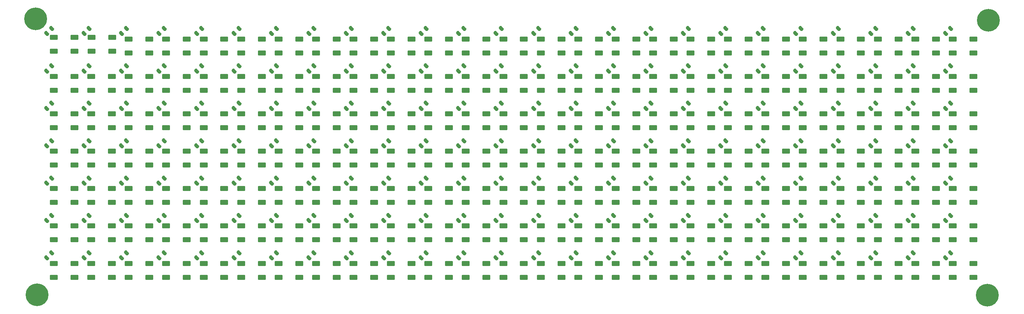
<source format=gts>
%TF.GenerationSoftware,KiCad,Pcbnew,7.0.8*%
%TF.CreationDate,2023-11-11T14:32:38+05:30*%
%TF.ProjectId,DevBoard,44657642-6f61-4726-942e-6b696361645f,rev?*%
%TF.SameCoordinates,Original*%
%TF.FileFunction,Soldermask,Top*%
%TF.FilePolarity,Negative*%
%FSLAX46Y46*%
G04 Gerber Fmt 4.6, Leading zero omitted, Abs format (unit mm)*
G04 Created by KiCad (PCBNEW 7.0.8) date 2023-11-11 14:32:38*
%MOMM*%
%LPD*%
G01*
G04 APERTURE LIST*
G04 Aperture macros list*
%AMRoundRect*
0 Rectangle with rounded corners*
0 $1 Rounding radius*
0 $2 $3 $4 $5 $6 $7 $8 $9 X,Y pos of 4 corners*
0 Add a 4 corners polygon primitive as box body*
4,1,4,$2,$3,$4,$5,$6,$7,$8,$9,$2,$3,0*
0 Add four circle primitives for the rounded corners*
1,1,$1+$1,$2,$3*
1,1,$1+$1,$4,$5*
1,1,$1+$1,$6,$7*
1,1,$1+$1,$8,$9*
0 Add four rect primitives between the rounded corners*
20,1,$1+$1,$2,$3,$4,$5,0*
20,1,$1+$1,$4,$5,$6,$7,0*
20,1,$1+$1,$6,$7,$8,$9,0*
20,1,$1+$1,$8,$9,$2,$3,0*%
G04 Aperture macros list end*
%ADD10C,0.800000*%
%ADD11C,5.400000*%
%ADD12RoundRect,0.102000X-0.850000X-0.450000X0.850000X-0.450000X0.850000X0.450000X-0.850000X0.450000X0*%
%ADD13RoundRect,0.260750X0.129047X-0.353553X0.353553X-0.129047X-0.129047X0.353553X-0.353553X0.129047X0*%
G04 APERTURE END LIST*
D10*
%TO.C,H4*%
X323284200Y-178206400D03*
X321259200Y-180231400D03*
X322691091Y-179638291D03*
D11*
X321259200Y-178206400D03*
D10*
X321259200Y-176181400D03*
X319827309Y-179638291D03*
X322691091Y-176774509D03*
X319234200Y-178206400D03*
X319827309Y-176774509D03*
%TD*%
%TO.C,H3*%
X97478200Y-178114291D03*
X95453200Y-180139291D03*
X96885091Y-179546182D03*
D11*
X95453200Y-178114291D03*
D10*
X95453200Y-176089291D03*
X94021309Y-179546182D03*
X96885091Y-176682400D03*
X93428200Y-178114291D03*
X94021309Y-176682400D03*
%TD*%
%TO.C,H2*%
X320081309Y-111344109D03*
X319488200Y-112776000D03*
X322945091Y-111344109D03*
X320081309Y-114207891D03*
X321513200Y-110751000D03*
D11*
X321513200Y-112776000D03*
D10*
X322945091Y-114207891D03*
X321513200Y-114801000D03*
X323538200Y-112776000D03*
%TD*%
%TO.C,H1*%
X97173400Y-112420400D03*
X95148400Y-114445400D03*
X96580291Y-113852291D03*
D11*
X95148400Y-112420400D03*
D10*
X95148400Y-110395400D03*
X93716509Y-113852291D03*
X96580291Y-110988509D03*
X93123400Y-112420400D03*
X93716509Y-110988509D03*
%TD*%
D12*
%TO.C,LED152*%
X108348800Y-170628400D03*
X108348800Y-173928400D03*
X113248800Y-173928400D03*
X113248800Y-170628400D03*
%TD*%
D13*
%TO.C,C148*%
X293547759Y-160417041D03*
X294749841Y-159214959D03*
%TD*%
%TO.C,C144*%
X257947759Y-160417041D03*
X259149841Y-159214959D03*
%TD*%
D12*
%TO.C,LED59*%
X170648800Y-135028400D03*
X170648800Y-138328400D03*
X175548800Y-138328400D03*
X175548800Y-135028400D03*
%TD*%
D13*
%TO.C,C30*%
X133347759Y-124817041D03*
X134549841Y-123614959D03*
%TD*%
D12*
%TO.C,LED111*%
X188448800Y-152828400D03*
X188448800Y-156128400D03*
X193348800Y-156128400D03*
X193348800Y-152828400D03*
%TD*%
%TO.C,LED87*%
X197348800Y-143928400D03*
X197348800Y-147228400D03*
X202248800Y-147228400D03*
X202248800Y-143928400D03*
%TD*%
%TO.C,LED70*%
X268548800Y-135028400D03*
X268548800Y-138328400D03*
X273448800Y-138328400D03*
X273448800Y-135028400D03*
%TD*%
%TO.C,LED8*%
X161748800Y-117228400D03*
X161748800Y-120528400D03*
X166648800Y-120528400D03*
X166648800Y-117228400D03*
%TD*%
D13*
%TO.C,C132*%
X151147759Y-160417041D03*
X152349841Y-159214959D03*
%TD*%
D12*
%TO.C,LED22*%
X286348800Y-117228400D03*
X286348800Y-120528400D03*
X291248800Y-120528400D03*
X291248800Y-117228400D03*
%TD*%
%TO.C,LED11*%
X188448800Y-117228400D03*
X188448800Y-120528400D03*
X193348800Y-120528400D03*
X193348800Y-117228400D03*
%TD*%
%TO.C,LED168*%
X250748800Y-170628400D03*
X250748800Y-173928400D03*
X255648800Y-173928400D03*
X255648800Y-170628400D03*
%TD*%
%TO.C,LED25*%
X313048800Y-117228400D03*
X313048800Y-120528400D03*
X317948800Y-120528400D03*
X317948800Y-117228400D03*
%TD*%
D13*
%TO.C,C150*%
X311347759Y-160417041D03*
X312549841Y-159214959D03*
%TD*%
%TO.C,C29*%
X124447759Y-124817041D03*
X125649841Y-123614959D03*
%TD*%
%TO.C,C131*%
X142247759Y-160417041D03*
X143449841Y-159214959D03*
%TD*%
D12*
%TO.C,LED66*%
X232948800Y-135028400D03*
X232948800Y-138328400D03*
X237848800Y-138328400D03*
X237848800Y-135028400D03*
%TD*%
D13*
%TO.C,C91*%
X231247759Y-142617041D03*
X232449841Y-141414959D03*
%TD*%
D12*
%TO.C,LED43*%
X250748800Y-126128400D03*
X250748800Y-129428400D03*
X255648800Y-129428400D03*
X255648800Y-126128400D03*
%TD*%
%TO.C,LED13*%
X206248800Y-117228400D03*
X206248800Y-120528400D03*
X211148800Y-120528400D03*
X211148800Y-117228400D03*
%TD*%
%TO.C,LED65*%
X224048800Y-135028400D03*
X224048800Y-138328400D03*
X228948800Y-138328400D03*
X228948800Y-135028400D03*
%TD*%
D13*
%TO.C,C80*%
X133347759Y-142617041D03*
X134549841Y-141414959D03*
%TD*%
D12*
%TO.C,LED44*%
X259648800Y-126128400D03*
X259648800Y-129428400D03*
X264548800Y-129428400D03*
X264548800Y-126128400D03*
%TD*%
D13*
%TO.C,C71*%
X275747759Y-133717041D03*
X276949841Y-132514959D03*
%TD*%
%TO.C,C96*%
X275747759Y-142617041D03*
X276949841Y-141414959D03*
%TD*%
D12*
%TO.C,LED150*%
X313048800Y-161728400D03*
X313048800Y-165028400D03*
X317948800Y-165028400D03*
X317948800Y-161728400D03*
%TD*%
D13*
%TO.C,C68*%
X249047759Y-133717041D03*
X250249841Y-132514959D03*
%TD*%
%TO.C,C125*%
X311347759Y-151517041D03*
X312549841Y-150314959D03*
%TD*%
%TO.C,C10*%
X177847759Y-115917041D03*
X179049841Y-114714959D03*
%TD*%
%TO.C,C55*%
X133347759Y-133717041D03*
X134549841Y-132514959D03*
%TD*%
%TO.C,C141*%
X231247759Y-160417041D03*
X232449841Y-159214959D03*
%TD*%
D12*
%TO.C,LED1*%
X99454800Y-116815600D03*
X99454800Y-120115600D03*
X104354800Y-120115600D03*
X104354800Y-116815600D03*
%TD*%
D13*
%TO.C,C124*%
X302447759Y-151517041D03*
X303649841Y-150314959D03*
%TD*%
%TO.C,C5*%
X133347759Y-115917041D03*
X134549841Y-114714959D03*
%TD*%
%TO.C,C3*%
X115547759Y-115917041D03*
X116749841Y-114714959D03*
%TD*%
%TO.C,C37*%
X195647759Y-124817041D03*
X196849841Y-123614959D03*
%TD*%
D12*
%TO.C,LED119*%
X259648800Y-152828400D03*
X259648800Y-156128400D03*
X264548800Y-156128400D03*
X264548800Y-152828400D03*
%TD*%
D13*
%TO.C,C151*%
X97747759Y-169317041D03*
X98949841Y-168114959D03*
%TD*%
D12*
%TO.C,LED6*%
X143948800Y-117228400D03*
X143948800Y-120528400D03*
X148848800Y-120528400D03*
X148848800Y-117228400D03*
%TD*%
D13*
%TO.C,C51*%
X97747759Y-133717041D03*
X98949841Y-132514959D03*
%TD*%
D12*
%TO.C,LED39*%
X215148800Y-126128400D03*
X215148800Y-129428400D03*
X220048800Y-129428400D03*
X220048800Y-126128400D03*
%TD*%
D13*
%TO.C,C76*%
X97747759Y-142617041D03*
X98949841Y-141414959D03*
%TD*%
D12*
%TO.C,LED55*%
X135048800Y-135028400D03*
X135048800Y-138328400D03*
X139948800Y-138328400D03*
X139948800Y-135028400D03*
%TD*%
D13*
%TO.C,C21*%
X275747759Y-115917041D03*
X276949841Y-114714959D03*
%TD*%
D12*
%TO.C,LED38*%
X206248800Y-126128400D03*
X206248800Y-129428400D03*
X211148800Y-129428400D03*
X211148800Y-126128400D03*
%TD*%
D13*
%TO.C,C59*%
X168947759Y-133717041D03*
X170149841Y-132514959D03*
%TD*%
%TO.C,C99*%
X302447759Y-142617041D03*
X303649841Y-141414959D03*
%TD*%
D12*
%TO.C,LED132*%
X152848800Y-161728400D03*
X152848800Y-165028400D03*
X157748800Y-165028400D03*
X157748800Y-161728400D03*
%TD*%
D13*
%TO.C,C52*%
X106647759Y-133717041D03*
X107849841Y-132514959D03*
%TD*%
%TO.C,C136*%
X186747759Y-160417041D03*
X187949841Y-159214959D03*
%TD*%
%TO.C,C156*%
X142247759Y-169317041D03*
X143449841Y-168114959D03*
%TD*%
%TO.C,C168*%
X249047759Y-169317041D03*
X250249841Y-168114959D03*
%TD*%
%TO.C,C90*%
X222347759Y-142617041D03*
X223549841Y-141414959D03*
%TD*%
D12*
%TO.C,LED139*%
X215148800Y-161728400D03*
X215148800Y-165028400D03*
X220048800Y-165028400D03*
X220048800Y-161728400D03*
%TD*%
%TO.C,LED74*%
X304148800Y-135028400D03*
X304148800Y-138328400D03*
X309048800Y-138328400D03*
X309048800Y-135028400D03*
%TD*%
D13*
%TO.C,C152*%
X106647759Y-169317041D03*
X107849841Y-168114959D03*
%TD*%
D12*
%TO.C,LED173*%
X295248800Y-170628400D03*
X295248800Y-173928400D03*
X300148800Y-173928400D03*
X300148800Y-170628400D03*
%TD*%
%TO.C,LED120*%
X268548800Y-152828400D03*
X268548800Y-156128400D03*
X273448800Y-156128400D03*
X273448800Y-152828400D03*
%TD*%
%TO.C,LED86*%
X188448800Y-143928400D03*
X188448800Y-147228400D03*
X193348800Y-147228400D03*
X193348800Y-143928400D03*
%TD*%
D13*
%TO.C,C143*%
X249047759Y-160417041D03*
X250249841Y-159214959D03*
%TD*%
%TO.C,C15*%
X222347759Y-115917041D03*
X223549841Y-114714959D03*
%TD*%
%TO.C,C93*%
X249047759Y-142617041D03*
X250249841Y-141414959D03*
%TD*%
D12*
%TO.C,LED10*%
X179548800Y-117228400D03*
X179548800Y-120528400D03*
X184448800Y-120528400D03*
X184448800Y-117228400D03*
%TD*%
%TO.C,LED32*%
X152848800Y-126128400D03*
X152848800Y-129428400D03*
X157748800Y-129428400D03*
X157748800Y-126128400D03*
%TD*%
%TO.C,LED107*%
X152848800Y-152828400D03*
X152848800Y-156128400D03*
X157748800Y-156128400D03*
X157748800Y-152828400D03*
%TD*%
%TO.C,LED20*%
X268548800Y-117228400D03*
X268548800Y-120528400D03*
X273448800Y-120528400D03*
X273448800Y-117228400D03*
%TD*%
%TO.C,LED92*%
X241848800Y-143928400D03*
X241848800Y-147228400D03*
X246748800Y-147228400D03*
X246748800Y-143928400D03*
%TD*%
D13*
%TO.C,C130*%
X133347759Y-160417041D03*
X134549841Y-159214959D03*
%TD*%
D12*
%TO.C,LED145*%
X268548800Y-161728400D03*
X268548800Y-165028400D03*
X273448800Y-165028400D03*
X273448800Y-161728400D03*
%TD*%
%TO.C,LED109*%
X170648800Y-152828400D03*
X170648800Y-156128400D03*
X175548800Y-156128400D03*
X175548800Y-152828400D03*
%TD*%
D13*
%TO.C,C56*%
X142247759Y-133717041D03*
X143449841Y-132514959D03*
%TD*%
D12*
%TO.C,LED155*%
X135048800Y-170628400D03*
X135048800Y-173928400D03*
X139948800Y-173928400D03*
X139948800Y-170628400D03*
%TD*%
D13*
%TO.C,C12*%
X195647759Y-115917041D03*
X196849841Y-114714959D03*
%TD*%
D12*
%TO.C,LED112*%
X197348800Y-152828400D03*
X197348800Y-156128400D03*
X202248800Y-156128400D03*
X202248800Y-152828400D03*
%TD*%
D13*
%TO.C,C160*%
X177847759Y-169317041D03*
X179049841Y-168114959D03*
%TD*%
%TO.C,C13*%
X204547759Y-115917041D03*
X205749841Y-114714959D03*
%TD*%
%TO.C,C25*%
X311347759Y-115917041D03*
X312549841Y-114714959D03*
%TD*%
%TO.C,C138*%
X204547759Y-160417041D03*
X205749841Y-159214959D03*
%TD*%
%TO.C,C32*%
X151147759Y-124817041D03*
X152349841Y-123614959D03*
%TD*%
%TO.C,C49*%
X302447759Y-124817041D03*
X303649841Y-123614959D03*
%TD*%
D12*
%TO.C,LED79*%
X126148800Y-143928400D03*
X126148800Y-147228400D03*
X131048800Y-147228400D03*
X131048800Y-143928400D03*
%TD*%
D13*
%TO.C,C116*%
X231247759Y-151517041D03*
X232449841Y-150314959D03*
%TD*%
%TO.C,C66*%
X231247759Y-133717041D03*
X232449841Y-132514959D03*
%TD*%
D12*
%TO.C,LED161*%
X188448800Y-170628400D03*
X188448800Y-173928400D03*
X193348800Y-173928400D03*
X193348800Y-170628400D03*
%TD*%
%TO.C,LED48*%
X295248800Y-126128400D03*
X295248800Y-129428400D03*
X300148800Y-129428400D03*
X300148800Y-126128400D03*
%TD*%
%TO.C,LED35*%
X179548800Y-126128400D03*
X179548800Y-129428400D03*
X184448800Y-129428400D03*
X184448800Y-126128400D03*
%TD*%
%TO.C,LED130*%
X135048800Y-161728400D03*
X135048800Y-165028400D03*
X139948800Y-165028400D03*
X139948800Y-161728400D03*
%TD*%
%TO.C,LED122*%
X286348800Y-152828400D03*
X286348800Y-156128400D03*
X291248800Y-156128400D03*
X291248800Y-152828400D03*
%TD*%
D13*
%TO.C,C83*%
X160047759Y-142617041D03*
X161249841Y-141414959D03*
%TD*%
%TO.C,C135*%
X177847759Y-160417041D03*
X179049841Y-159214959D03*
%TD*%
D12*
%TO.C,LED143*%
X250748800Y-161728400D03*
X250748800Y-165028400D03*
X255648800Y-165028400D03*
X255648800Y-161728400D03*
%TD*%
D13*
%TO.C,C22*%
X284647759Y-115917041D03*
X285849841Y-114714959D03*
%TD*%
%TO.C,C119*%
X257947759Y-151517041D03*
X259149841Y-150314959D03*
%TD*%
%TO.C,C67*%
X240147759Y-133717041D03*
X241349841Y-132514959D03*
%TD*%
D12*
%TO.C,LED149*%
X304148800Y-161728400D03*
X304148800Y-165028400D03*
X309048800Y-165028400D03*
X309048800Y-161728400D03*
%TD*%
D13*
%TO.C,C174*%
X302447759Y-169317041D03*
X303649841Y-168114959D03*
%TD*%
D12*
%TO.C,LED2*%
X108399600Y-116822000D03*
X108399600Y-120122000D03*
X113299600Y-120122000D03*
X113299600Y-116822000D03*
%TD*%
D13*
%TO.C,C122*%
X284647759Y-151517041D03*
X285849841Y-150314959D03*
%TD*%
D12*
%TO.C,LED28*%
X117248800Y-126128400D03*
X117248800Y-129428400D03*
X122148800Y-129428400D03*
X122148800Y-126128400D03*
%TD*%
%TO.C,LED146*%
X277448800Y-161728400D03*
X277448800Y-165028400D03*
X282348800Y-165028400D03*
X282348800Y-161728400D03*
%TD*%
D13*
%TO.C,C157*%
X151147759Y-169317041D03*
X152349841Y-168114959D03*
%TD*%
%TO.C,C74*%
X302447759Y-133717041D03*
X303649841Y-132514959D03*
%TD*%
D12*
%TO.C,LED52*%
X108348800Y-135028400D03*
X108348800Y-138328400D03*
X113248800Y-138328400D03*
X113248800Y-135028400D03*
%TD*%
D13*
%TO.C,C85*%
X177847759Y-142617041D03*
X179049841Y-141414959D03*
%TD*%
D12*
%TO.C,LED157*%
X152848800Y-170628400D03*
X152848800Y-173928400D03*
X157748800Y-173928400D03*
X157748800Y-170628400D03*
%TD*%
%TO.C,LED90*%
X224048800Y-143928400D03*
X224048800Y-147228400D03*
X228948800Y-147228400D03*
X228948800Y-143928400D03*
%TD*%
D13*
%TO.C,C147*%
X284647759Y-160417041D03*
X285849841Y-159214959D03*
%TD*%
D12*
%TO.C,LED15*%
X224048800Y-117228400D03*
X224048800Y-120528400D03*
X228948800Y-120528400D03*
X228948800Y-117228400D03*
%TD*%
%TO.C,LED108*%
X161748800Y-152828400D03*
X161748800Y-156128400D03*
X166648800Y-156128400D03*
X166648800Y-152828400D03*
%TD*%
D13*
%TO.C,C24*%
X302447759Y-115917041D03*
X303649841Y-114714959D03*
%TD*%
D12*
%TO.C,LED58*%
X161748800Y-135028400D03*
X161748800Y-138328400D03*
X166648800Y-138328400D03*
X166648800Y-135028400D03*
%TD*%
%TO.C,LED115*%
X224048800Y-152828400D03*
X224048800Y-156128400D03*
X228948800Y-156128400D03*
X228948800Y-152828400D03*
%TD*%
D13*
%TO.C,C75*%
X311347759Y-133717041D03*
X312549841Y-132514959D03*
%TD*%
%TO.C,C44*%
X257947759Y-124817041D03*
X259149841Y-123614959D03*
%TD*%
%TO.C,C123*%
X293547759Y-151517041D03*
X294749841Y-150314959D03*
%TD*%
%TO.C,C161*%
X186747759Y-169317041D03*
X187949841Y-168114959D03*
%TD*%
%TO.C,C45*%
X266847759Y-124817041D03*
X268049841Y-123614959D03*
%TD*%
%TO.C,C105*%
X133347759Y-151517041D03*
X134549841Y-150314959D03*
%TD*%
D12*
%TO.C,LED34*%
X170648800Y-126128400D03*
X170648800Y-129428400D03*
X175548800Y-129428400D03*
X175548800Y-126128400D03*
%TD*%
%TO.C,LED160*%
X179548800Y-170628400D03*
X179548800Y-173928400D03*
X184448800Y-173928400D03*
X184448800Y-170628400D03*
%TD*%
%TO.C,LED53*%
X117248800Y-135028400D03*
X117248800Y-138328400D03*
X122148800Y-138328400D03*
X122148800Y-135028400D03*
%TD*%
%TO.C,LED19*%
X259648800Y-117228400D03*
X259648800Y-120528400D03*
X264548800Y-120528400D03*
X264548800Y-117228400D03*
%TD*%
D13*
%TO.C,C158*%
X160047759Y-169317041D03*
X161249841Y-168114959D03*
%TD*%
%TO.C,C86*%
X186747759Y-142617041D03*
X187949841Y-141414959D03*
%TD*%
D12*
%TO.C,LED99*%
X304148800Y-143928400D03*
X304148800Y-147228400D03*
X309048800Y-147228400D03*
X309048800Y-143928400D03*
%TD*%
%TO.C,LED125*%
X313048800Y-152828400D03*
X313048800Y-156128400D03*
X317948800Y-156128400D03*
X317948800Y-152828400D03*
%TD*%
D13*
%TO.C,C127*%
X106647759Y-160417041D03*
X107849841Y-159214959D03*
%TD*%
%TO.C,C134*%
X168947759Y-160417041D03*
X170149841Y-159214959D03*
%TD*%
D12*
%TO.C,LED163*%
X206248800Y-170628400D03*
X206248800Y-173928400D03*
X211148800Y-173928400D03*
X211148800Y-170628400D03*
%TD*%
%TO.C,LED134*%
X170648800Y-161728400D03*
X170648800Y-165028400D03*
X175548800Y-165028400D03*
X175548800Y-161728400D03*
%TD*%
D13*
%TO.C,C41*%
X231247759Y-124817041D03*
X232449841Y-123614959D03*
%TD*%
D12*
%TO.C,LED67*%
X241848800Y-135028400D03*
X241848800Y-138328400D03*
X246748800Y-138328400D03*
X246748800Y-135028400D03*
%TD*%
D13*
%TO.C,C65*%
X222347759Y-133717041D03*
X223549841Y-132514959D03*
%TD*%
%TO.C,C42*%
X240147759Y-124817041D03*
X241349841Y-123614959D03*
%TD*%
%TO.C,C140*%
X222347759Y-160417041D03*
X223549841Y-159214959D03*
%TD*%
%TO.C,C142*%
X240147759Y-160417041D03*
X241349841Y-159214959D03*
%TD*%
D12*
%TO.C,LED116*%
X232948800Y-152828400D03*
X232948800Y-156128400D03*
X237848800Y-156128400D03*
X237848800Y-152828400D03*
%TD*%
%TO.C,LED75*%
X313048800Y-135028400D03*
X313048800Y-138328400D03*
X317948800Y-138328400D03*
X317948800Y-135028400D03*
%TD*%
D13*
%TO.C,C163*%
X204547759Y-169317041D03*
X205749841Y-168114959D03*
%TD*%
D12*
%TO.C,LED96*%
X277448800Y-143928400D03*
X277448800Y-147228400D03*
X282348800Y-147228400D03*
X282348800Y-143928400D03*
%TD*%
%TO.C,LED93*%
X250748800Y-143928400D03*
X250748800Y-147228400D03*
X255648800Y-147228400D03*
X255648800Y-143928400D03*
%TD*%
%TO.C,LED123*%
X295248800Y-152828400D03*
X295248800Y-156128400D03*
X300148800Y-156128400D03*
X300148800Y-152828400D03*
%TD*%
D13*
%TO.C,C94*%
X257947759Y-142617041D03*
X259149841Y-141414959D03*
%TD*%
D12*
%TO.C,LED5*%
X135048800Y-117228400D03*
X135048800Y-120528400D03*
X139948800Y-120528400D03*
X139948800Y-117228400D03*
%TD*%
%TO.C,LED37*%
X197348800Y-126128400D03*
X197348800Y-129428400D03*
X202248800Y-129428400D03*
X202248800Y-126128400D03*
%TD*%
%TO.C,LED33*%
X161748800Y-126128400D03*
X161748800Y-129428400D03*
X166648800Y-129428400D03*
X166648800Y-126128400D03*
%TD*%
D13*
%TO.C,C97*%
X284647759Y-142617041D03*
X285849841Y-141414959D03*
%TD*%
%TO.C,C19*%
X257947759Y-115917041D03*
X259149841Y-114714959D03*
%TD*%
%TO.C,C133*%
X160047759Y-160417041D03*
X161249841Y-159214959D03*
%TD*%
D12*
%TO.C,LED50*%
X313048800Y-126128400D03*
X313048800Y-129428400D03*
X317948800Y-129428400D03*
X317948800Y-126128400D03*
%TD*%
D13*
%TO.C,C70*%
X266847759Y-133717041D03*
X268049841Y-132514959D03*
%TD*%
D12*
%TO.C,LED47*%
X286348800Y-126128400D03*
X286348800Y-129428400D03*
X291248800Y-129428400D03*
X291248800Y-126128400D03*
%TD*%
D13*
%TO.C,C171*%
X275747759Y-169317041D03*
X276949841Y-168114959D03*
%TD*%
D12*
%TO.C,LED101*%
X99448800Y-152828400D03*
X99448800Y-156128400D03*
X104348800Y-156128400D03*
X104348800Y-152828400D03*
%TD*%
%TO.C,LED85*%
X179548800Y-143928400D03*
X179548800Y-147228400D03*
X184448800Y-147228400D03*
X184448800Y-143928400D03*
%TD*%
D13*
%TO.C,C4*%
X124447759Y-115917041D03*
X125649841Y-114714959D03*
%TD*%
%TO.C,C149*%
X302447759Y-160417041D03*
X303649841Y-159214959D03*
%TD*%
%TO.C,C169*%
X257947759Y-169317041D03*
X259149841Y-168114959D03*
%TD*%
D12*
%TO.C,LED56*%
X143948800Y-135028400D03*
X143948800Y-138328400D03*
X148848800Y-138328400D03*
X148848800Y-135028400D03*
%TD*%
D13*
%TO.C,C154*%
X124447759Y-169317041D03*
X125649841Y-168114959D03*
%TD*%
D12*
%TO.C,LED60*%
X179548800Y-135028400D03*
X179548800Y-138328400D03*
X184448800Y-138328400D03*
X184448800Y-135028400D03*
%TD*%
%TO.C,LED17*%
X241848800Y-117228400D03*
X241848800Y-120528400D03*
X246748800Y-120528400D03*
X246748800Y-117228400D03*
%TD*%
D13*
%TO.C,C43*%
X249047759Y-124817041D03*
X250249841Y-123614959D03*
%TD*%
D12*
%TO.C,LED57*%
X152848800Y-135028400D03*
X152848800Y-138328400D03*
X157748800Y-138328400D03*
X157748800Y-135028400D03*
%TD*%
%TO.C,LED106*%
X143948800Y-152828400D03*
X143948800Y-156128400D03*
X148848800Y-156128400D03*
X148848800Y-152828400D03*
%TD*%
D13*
%TO.C,C117*%
X240147759Y-151517041D03*
X241349841Y-150314959D03*
%TD*%
%TO.C,C57*%
X151147759Y-133717041D03*
X152349841Y-132514959D03*
%TD*%
%TO.C,C137*%
X195647759Y-160417041D03*
X196849841Y-159214959D03*
%TD*%
%TO.C,C36*%
X186747759Y-124817041D03*
X187949841Y-123614959D03*
%TD*%
%TO.C,C7*%
X151147759Y-115917041D03*
X152349841Y-114714959D03*
%TD*%
%TO.C,C6*%
X142247759Y-115917041D03*
X143449841Y-114714959D03*
%TD*%
%TO.C,C18*%
X249047759Y-115917041D03*
X250249841Y-114714959D03*
%TD*%
%TO.C,C121*%
X275747759Y-151517041D03*
X276949841Y-150314959D03*
%TD*%
%TO.C,C101*%
X97747759Y-151517041D03*
X98949841Y-150314959D03*
%TD*%
D12*
%TO.C,LED49*%
X304148800Y-126128400D03*
X304148800Y-129428400D03*
X309048800Y-129428400D03*
X309048800Y-126128400D03*
%TD*%
%TO.C,LED36*%
X188448800Y-126128400D03*
X188448800Y-129428400D03*
X193348800Y-129428400D03*
X193348800Y-126128400D03*
%TD*%
%TO.C,LED135*%
X179548800Y-161728400D03*
X179548800Y-165028400D03*
X184448800Y-165028400D03*
X184448800Y-161728400D03*
%TD*%
D13*
%TO.C,C31*%
X142247759Y-124817041D03*
X143449841Y-123614959D03*
%TD*%
%TO.C,C162*%
X195647759Y-169317041D03*
X196849841Y-168114959D03*
%TD*%
%TO.C,C53*%
X115547759Y-133717041D03*
X116749841Y-132514959D03*
%TD*%
D12*
%TO.C,LED118*%
X250748800Y-152828400D03*
X250748800Y-156128400D03*
X255648800Y-156128400D03*
X255648800Y-152828400D03*
%TD*%
D13*
%TO.C,C1*%
X97747759Y-115917041D03*
X98949841Y-114714959D03*
%TD*%
D12*
%TO.C,LED98*%
X295248800Y-143928400D03*
X295248800Y-147228400D03*
X300148800Y-147228400D03*
X300148800Y-143928400D03*
%TD*%
D13*
%TO.C,C39*%
X213447759Y-124817041D03*
X214649841Y-123614959D03*
%TD*%
D12*
%TO.C,LED54*%
X126148800Y-135028400D03*
X126148800Y-138328400D03*
X131048800Y-138328400D03*
X131048800Y-135028400D03*
%TD*%
D13*
%TO.C,C28*%
X115547759Y-124817041D03*
X116749841Y-123614959D03*
%TD*%
D12*
%TO.C,LED103*%
X117248800Y-152828400D03*
X117248800Y-156128400D03*
X122148800Y-156128400D03*
X122148800Y-152828400D03*
%TD*%
D13*
%TO.C,C9*%
X168947759Y-115917041D03*
X170149841Y-114714959D03*
%TD*%
%TO.C,C173*%
X293547759Y-169317041D03*
X294749841Y-168114959D03*
%TD*%
D12*
%TO.C,LED29*%
X126148800Y-126128400D03*
X126148800Y-129428400D03*
X131048800Y-129428400D03*
X131048800Y-126128400D03*
%TD*%
D13*
%TO.C,C102*%
X106647759Y-151517041D03*
X107849841Y-150314959D03*
%TD*%
%TO.C,C115*%
X222347759Y-151517041D03*
X223549841Y-150314959D03*
%TD*%
%TO.C,C172*%
X284647759Y-169317041D03*
X285849841Y-168114959D03*
%TD*%
D12*
%TO.C,LED94*%
X259648800Y-143928400D03*
X259648800Y-147228400D03*
X264548800Y-147228400D03*
X264548800Y-143928400D03*
%TD*%
%TO.C,LED4*%
X126148800Y-117228400D03*
X126148800Y-120528400D03*
X131048800Y-120528400D03*
X131048800Y-117228400D03*
%TD*%
%TO.C,LED16*%
X232948800Y-117228400D03*
X232948800Y-120528400D03*
X237848800Y-120528400D03*
X237848800Y-117228400D03*
%TD*%
%TO.C,LED89*%
X215148800Y-143928400D03*
X215148800Y-147228400D03*
X220048800Y-147228400D03*
X220048800Y-143928400D03*
%TD*%
D13*
%TO.C,C46*%
X275747759Y-124817041D03*
X276949841Y-123614959D03*
%TD*%
%TO.C,C170*%
X266847759Y-169317041D03*
X268049841Y-168114959D03*
%TD*%
%TO.C,C69*%
X257947759Y-133717041D03*
X259149841Y-132514959D03*
%TD*%
%TO.C,C89*%
X213447759Y-142617041D03*
X214649841Y-141414959D03*
%TD*%
D12*
%TO.C,LED81*%
X143948800Y-143928400D03*
X143948800Y-147228400D03*
X148848800Y-147228400D03*
X148848800Y-143928400D03*
%TD*%
D13*
%TO.C,C110*%
X177847759Y-151517041D03*
X179049841Y-150314959D03*
%TD*%
%TO.C,C26*%
X97747759Y-124817041D03*
X98949841Y-123614959D03*
%TD*%
D12*
%TO.C,LED110*%
X179548800Y-152828400D03*
X179548800Y-156128400D03*
X184448800Y-156128400D03*
X184448800Y-152828400D03*
%TD*%
D13*
%TO.C,C35*%
X177847759Y-124817041D03*
X179049841Y-123614959D03*
%TD*%
%TO.C,C92*%
X240147759Y-142617041D03*
X241349841Y-141414959D03*
%TD*%
%TO.C,C11*%
X186747759Y-115917041D03*
X187949841Y-114714959D03*
%TD*%
D12*
%TO.C,LED128*%
X117248800Y-161728400D03*
X117248800Y-165028400D03*
X122148800Y-165028400D03*
X122148800Y-161728400D03*
%TD*%
%TO.C,LED12*%
X197348800Y-117228400D03*
X197348800Y-120528400D03*
X202248800Y-120528400D03*
X202248800Y-117228400D03*
%TD*%
D13*
%TO.C,C166*%
X231247759Y-169317041D03*
X232449841Y-168114959D03*
%TD*%
%TO.C,C98*%
X293547759Y-142617041D03*
X294749841Y-141414959D03*
%TD*%
D12*
%TO.C,LED172*%
X286348800Y-170628400D03*
X286348800Y-173928400D03*
X291248800Y-173928400D03*
X291248800Y-170628400D03*
%TD*%
D13*
%TO.C,C17*%
X240147759Y-115917041D03*
X241349841Y-114714959D03*
%TD*%
D12*
%TO.C,LED142*%
X241848800Y-161728400D03*
X241848800Y-165028400D03*
X246748800Y-165028400D03*
X246748800Y-161728400D03*
%TD*%
%TO.C,LED88*%
X206248800Y-143928400D03*
X206248800Y-147228400D03*
X211148800Y-147228400D03*
X211148800Y-143928400D03*
%TD*%
%TO.C,LED169*%
X259648800Y-170628400D03*
X259648800Y-173928400D03*
X264548800Y-173928400D03*
X264548800Y-170628400D03*
%TD*%
%TO.C,LED84*%
X170648800Y-143928400D03*
X170648800Y-147228400D03*
X175548800Y-147228400D03*
X175548800Y-143928400D03*
%TD*%
%TO.C,LED164*%
X220048800Y-170628400D03*
X220048800Y-173928400D03*
X215148800Y-173928400D03*
X215148800Y-170628400D03*
%TD*%
%TO.C,LED133*%
X161748800Y-161728400D03*
X161748800Y-165028400D03*
X166648800Y-165028400D03*
X166648800Y-161728400D03*
%TD*%
%TO.C,LED69*%
X259648800Y-135028400D03*
X259648800Y-138328400D03*
X264548800Y-138328400D03*
X264548800Y-135028400D03*
%TD*%
%TO.C,LED140*%
X224048800Y-161728400D03*
X224048800Y-165028400D03*
X228948800Y-165028400D03*
X228948800Y-161728400D03*
%TD*%
D13*
%TO.C,C109*%
X168947759Y-151517041D03*
X170149841Y-150314959D03*
%TD*%
D12*
%TO.C,LED78*%
X117248800Y-143928400D03*
X117248800Y-147228400D03*
X122148800Y-147228400D03*
X122148800Y-143928400D03*
%TD*%
%TO.C,LED154*%
X126148800Y-170628400D03*
X126148800Y-173928400D03*
X131048800Y-173928400D03*
X131048800Y-170628400D03*
%TD*%
%TO.C,LED68*%
X250748800Y-135028400D03*
X250748800Y-138328400D03*
X255648800Y-138328400D03*
X255648800Y-135028400D03*
%TD*%
D13*
%TO.C,C73*%
X293547759Y-133717041D03*
X294749841Y-132514959D03*
%TD*%
%TO.C,C167*%
X240147759Y-169317041D03*
X241349841Y-168114959D03*
%TD*%
D12*
%TO.C,LED131*%
X143948800Y-161728400D03*
X143948800Y-165028400D03*
X148848800Y-165028400D03*
X148848800Y-161728400D03*
%TD*%
D13*
%TO.C,C126*%
X97747759Y-160417041D03*
X98949841Y-159214959D03*
%TD*%
D12*
%TO.C,LED80*%
X135048800Y-143928400D03*
X135048800Y-147228400D03*
X139948800Y-147228400D03*
X139948800Y-143928400D03*
%TD*%
D13*
%TO.C,C106*%
X142247759Y-151517041D03*
X143449841Y-150314959D03*
%TD*%
D12*
%TO.C,LED105*%
X135048800Y-152828400D03*
X135048800Y-156128400D03*
X139948800Y-156128400D03*
X139948800Y-152828400D03*
%TD*%
D13*
%TO.C,C84*%
X168947759Y-142617041D03*
X170149841Y-141414959D03*
%TD*%
%TO.C,C155*%
X133347759Y-169317041D03*
X134549841Y-168114959D03*
%TD*%
D12*
%TO.C,LED71*%
X277448800Y-135028400D03*
X277448800Y-138328400D03*
X282348800Y-138328400D03*
X282348800Y-135028400D03*
%TD*%
D13*
%TO.C,C112*%
X195647759Y-151517041D03*
X196849841Y-150314959D03*
%TD*%
D12*
%TO.C,LED147*%
X286348800Y-161728400D03*
X286348800Y-165028400D03*
X291248800Y-165028400D03*
X291248800Y-161728400D03*
%TD*%
D13*
%TO.C,C100*%
X311347759Y-142617041D03*
X312549841Y-141414959D03*
%TD*%
%TO.C,C34*%
X168947759Y-124817041D03*
X170149841Y-123614959D03*
%TD*%
D12*
%TO.C,LED18*%
X250748800Y-117228400D03*
X250748800Y-120528400D03*
X255648800Y-120528400D03*
X255648800Y-117228400D03*
%TD*%
%TO.C,LED153*%
X117248800Y-170628400D03*
X117248800Y-173928400D03*
X122148800Y-173928400D03*
X122148800Y-170628400D03*
%TD*%
D13*
%TO.C,C40*%
X222347759Y-124817041D03*
X223549841Y-123614959D03*
%TD*%
%TO.C,C120*%
X266847759Y-151517041D03*
X268049841Y-150314959D03*
%TD*%
D12*
%TO.C,LED83*%
X161748800Y-143928400D03*
X161748800Y-147228400D03*
X166648800Y-147228400D03*
X166648800Y-143928400D03*
%TD*%
%TO.C,LED73*%
X295248800Y-135028400D03*
X295248800Y-138328400D03*
X300148800Y-138328400D03*
X300148800Y-135028400D03*
%TD*%
%TO.C,LED138*%
X206248800Y-161728400D03*
X206248800Y-165028400D03*
X211148800Y-165028400D03*
X211148800Y-161728400D03*
%TD*%
D13*
%TO.C,C128*%
X115547759Y-160417041D03*
X116749841Y-159214959D03*
%TD*%
%TO.C,C8*%
X160047759Y-115917041D03*
X161249841Y-114714959D03*
%TD*%
%TO.C,C2*%
X106647759Y-115917041D03*
X107849841Y-114714959D03*
%TD*%
%TO.C,C82*%
X151147759Y-142617041D03*
X152349841Y-141414959D03*
%TD*%
D12*
%TO.C,LED30*%
X135048800Y-126128400D03*
X135048800Y-129428400D03*
X139948800Y-129428400D03*
X139948800Y-126128400D03*
%TD*%
%TO.C,LED31*%
X143948800Y-126128400D03*
X143948800Y-129428400D03*
X148848800Y-129428400D03*
X148848800Y-126128400D03*
%TD*%
D13*
%TO.C,C88*%
X204547759Y-142617041D03*
X205749841Y-141414959D03*
%TD*%
%TO.C,C38*%
X204547759Y-124817041D03*
X205749841Y-123614959D03*
%TD*%
D12*
%TO.C,LED126*%
X99448800Y-161728400D03*
X99448800Y-165028400D03*
X104348800Y-165028400D03*
X104348800Y-161728400D03*
%TD*%
D13*
%TO.C,C104*%
X124447759Y-151517041D03*
X125649841Y-150314959D03*
%TD*%
%TO.C,C103*%
X115547759Y-151517041D03*
X116749841Y-150314959D03*
%TD*%
%TO.C,C175*%
X311347759Y-169317041D03*
X312549841Y-168114959D03*
%TD*%
D12*
%TO.C,LED136*%
X188448800Y-161728400D03*
X188448800Y-165028400D03*
X193348800Y-165028400D03*
X193348800Y-161728400D03*
%TD*%
%TO.C,LED117*%
X241848800Y-152828400D03*
X241848800Y-156128400D03*
X246748800Y-156128400D03*
X246748800Y-152828400D03*
%TD*%
%TO.C,LED82*%
X152848800Y-143928400D03*
X152848800Y-147228400D03*
X157748800Y-147228400D03*
X157748800Y-143928400D03*
%TD*%
%TO.C,LED121*%
X277448800Y-152828400D03*
X277448800Y-156128400D03*
X282348800Y-156128400D03*
X282348800Y-152828400D03*
%TD*%
%TO.C,LED77*%
X108348800Y-143928400D03*
X108348800Y-147228400D03*
X113248800Y-147228400D03*
X113248800Y-143928400D03*
%TD*%
%TO.C,LED9*%
X170648800Y-117228400D03*
X170648800Y-120528400D03*
X175548800Y-120528400D03*
X175548800Y-117228400D03*
%TD*%
D13*
%TO.C,C60*%
X177847759Y-133717041D03*
X179049841Y-132514959D03*
%TD*%
%TO.C,C145*%
X266847759Y-160417041D03*
X268049841Y-159214959D03*
%TD*%
D12*
%TO.C,LED144*%
X259648800Y-161728400D03*
X259648800Y-165028400D03*
X264548800Y-165028400D03*
X264548800Y-161728400D03*
%TD*%
D13*
%TO.C,C79*%
X124447759Y-142617041D03*
X125649841Y-141414959D03*
%TD*%
%TO.C,C16*%
X231247759Y-115917041D03*
X232449841Y-114714959D03*
%TD*%
D12*
%TO.C,LED175*%
X313048800Y-170628400D03*
X313048800Y-173928400D03*
X317948800Y-173928400D03*
X317948800Y-170628400D03*
%TD*%
D13*
%TO.C,C113*%
X204547759Y-151517041D03*
X205749841Y-150314959D03*
%TD*%
D12*
%TO.C,LED151*%
X99448800Y-170628400D03*
X99448800Y-173928400D03*
X104348800Y-173928400D03*
X104348800Y-170628400D03*
%TD*%
%TO.C,LED51*%
X99448800Y-135028400D03*
X99448800Y-138328400D03*
X104348800Y-138328400D03*
X104348800Y-135028400D03*
%TD*%
D13*
%TO.C,C61*%
X186747759Y-133717041D03*
X187949841Y-132514959D03*
%TD*%
%TO.C,C87*%
X195647759Y-142617041D03*
X196849841Y-141414959D03*
%TD*%
%TO.C,C47*%
X284647759Y-124817041D03*
X285849841Y-123614959D03*
%TD*%
D12*
%TO.C,LED171*%
X277448800Y-170628400D03*
X277448800Y-173928400D03*
X282348800Y-173928400D03*
X282348800Y-170628400D03*
%TD*%
D13*
%TO.C,C107*%
X151147759Y-151517041D03*
X152349841Y-150314959D03*
%TD*%
D12*
%TO.C,LED165*%
X224048800Y-170628400D03*
X224048800Y-173928400D03*
X228948800Y-173928400D03*
X228948800Y-170628400D03*
%TD*%
%TO.C,LED156*%
X143948800Y-170628400D03*
X143948800Y-173928400D03*
X148848800Y-173928400D03*
X148848800Y-170628400D03*
%TD*%
%TO.C,LED41*%
X232948800Y-126128400D03*
X232948800Y-129428400D03*
X237848800Y-129428400D03*
X237848800Y-126128400D03*
%TD*%
D13*
%TO.C,C54*%
X124447759Y-133717041D03*
X125649841Y-132514959D03*
%TD*%
D12*
%TO.C,LED166*%
X232948800Y-170628400D03*
X232948800Y-173928400D03*
X237848800Y-173928400D03*
X237848800Y-170628400D03*
%TD*%
D13*
%TO.C,C129*%
X124447759Y-160417041D03*
X125649841Y-159214959D03*
%TD*%
D12*
%TO.C,LED141*%
X232948800Y-161728400D03*
X232948800Y-165028400D03*
X237848800Y-165028400D03*
X237848800Y-161728400D03*
%TD*%
D13*
%TO.C,C114*%
X213447759Y-151517041D03*
X214649841Y-150314959D03*
%TD*%
D12*
%TO.C,LED72*%
X286348800Y-135028400D03*
X286348800Y-138328400D03*
X291248800Y-138328400D03*
X291248800Y-135028400D03*
%TD*%
D13*
%TO.C,C27*%
X106647759Y-124817041D03*
X107849841Y-123614959D03*
%TD*%
D12*
%TO.C,LED148*%
X295248800Y-161728400D03*
X295248800Y-165028400D03*
X300148800Y-165028400D03*
X300148800Y-161728400D03*
%TD*%
D13*
%TO.C,C81*%
X142247759Y-142617041D03*
X143449841Y-141414959D03*
%TD*%
D12*
%TO.C,LED64*%
X215148800Y-135028400D03*
X215148800Y-138328400D03*
X220048800Y-138328400D03*
X220048800Y-135028400D03*
%TD*%
%TO.C,LED127*%
X108348800Y-161728400D03*
X108348800Y-165028400D03*
X113248800Y-165028400D03*
X113248800Y-161728400D03*
%TD*%
D13*
%TO.C,C153*%
X115547759Y-169317041D03*
X116749841Y-168114959D03*
%TD*%
D12*
%TO.C,LED7*%
X152848800Y-117228400D03*
X152848800Y-120528400D03*
X157748800Y-120528400D03*
X157748800Y-117228400D03*
%TD*%
D13*
%TO.C,C165*%
X222347759Y-169317041D03*
X223549841Y-168114959D03*
%TD*%
D12*
%TO.C,LED45*%
X268548800Y-126128400D03*
X268548800Y-129428400D03*
X273448800Y-129428400D03*
X273448800Y-126128400D03*
%TD*%
D13*
%TO.C,C159*%
X168947759Y-169317041D03*
X170149841Y-168114959D03*
%TD*%
D12*
%TO.C,LED23*%
X295248800Y-117228400D03*
X295248800Y-120528400D03*
X300148800Y-120528400D03*
X300148800Y-117228400D03*
%TD*%
%TO.C,LED14*%
X215148800Y-117228400D03*
X215148800Y-120528400D03*
X220048800Y-120528400D03*
X220048800Y-117228400D03*
%TD*%
%TO.C,LED95*%
X268548800Y-143928400D03*
X268548800Y-147228400D03*
X273448800Y-147228400D03*
X273448800Y-143928400D03*
%TD*%
%TO.C,LED97*%
X286348800Y-143928400D03*
X286348800Y-147228400D03*
X291248800Y-147228400D03*
X291248800Y-143928400D03*
%TD*%
%TO.C,LED162*%
X197348800Y-170628400D03*
X197348800Y-173928400D03*
X202248800Y-173928400D03*
X202248800Y-170628400D03*
%TD*%
%TO.C,LED24*%
X304148800Y-117228400D03*
X304148800Y-120528400D03*
X309048800Y-120528400D03*
X309048800Y-117228400D03*
%TD*%
D13*
%TO.C,C95*%
X266847759Y-142617041D03*
X268049841Y-141414959D03*
%TD*%
D12*
%TO.C,LED46*%
X277448800Y-126128400D03*
X277448800Y-129428400D03*
X282348800Y-129428400D03*
X282348800Y-126128400D03*
%TD*%
D13*
%TO.C,C118*%
X249047759Y-151517041D03*
X250249841Y-150314959D03*
%TD*%
D12*
%TO.C,LED170*%
X268548800Y-170628400D03*
X268548800Y-173928400D03*
X273448800Y-173928400D03*
X273448800Y-170628400D03*
%TD*%
%TO.C,LED104*%
X126148800Y-152828400D03*
X126148800Y-156128400D03*
X131048800Y-156128400D03*
X131048800Y-152828400D03*
%TD*%
%TO.C,LED21*%
X277448800Y-117228400D03*
X277448800Y-120528400D03*
X282348800Y-120528400D03*
X282348800Y-117228400D03*
%TD*%
D13*
%TO.C,C77*%
X106647759Y-142617041D03*
X107849841Y-141414959D03*
%TD*%
D12*
%TO.C,LED102*%
X108348800Y-152828400D03*
X108348800Y-156128400D03*
X113248800Y-156128400D03*
X113248800Y-152828400D03*
%TD*%
D13*
%TO.C,C58*%
X160047759Y-133717041D03*
X161249841Y-132514959D03*
%TD*%
D12*
%TO.C,LED167*%
X241848800Y-170628400D03*
X241848800Y-173928400D03*
X246748800Y-173928400D03*
X246748800Y-170628400D03*
%TD*%
%TO.C,LED124*%
X304148800Y-152828400D03*
X304148800Y-156128400D03*
X309048800Y-156128400D03*
X309048800Y-152828400D03*
%TD*%
%TO.C,LED61*%
X188448800Y-135028400D03*
X188448800Y-138328400D03*
X193348800Y-138328400D03*
X193348800Y-135028400D03*
%TD*%
D13*
%TO.C,C14*%
X213447759Y-115917041D03*
X214649841Y-114714959D03*
%TD*%
D12*
%TO.C,LED40*%
X224048800Y-126128400D03*
X224048800Y-129428400D03*
X228948800Y-129428400D03*
X228948800Y-126128400D03*
%TD*%
%TO.C,LED91*%
X232948800Y-143928400D03*
X232948800Y-147228400D03*
X237848800Y-147228400D03*
X237848800Y-143928400D03*
%TD*%
D13*
%TO.C,C139*%
X213447759Y-160417041D03*
X214649841Y-159214959D03*
%TD*%
D12*
%TO.C,LED3*%
X117248800Y-117228400D03*
X117248800Y-120528400D03*
X122148800Y-120528400D03*
X122148800Y-117228400D03*
%TD*%
%TO.C,LED137*%
X197348800Y-161728400D03*
X197348800Y-165028400D03*
X202248800Y-165028400D03*
X202248800Y-161728400D03*
%TD*%
%TO.C,LED129*%
X126148800Y-161728400D03*
X126148800Y-165028400D03*
X131048800Y-165028400D03*
X131048800Y-161728400D03*
%TD*%
D13*
%TO.C,C20*%
X266847759Y-115917041D03*
X268049841Y-114714959D03*
%TD*%
D12*
%TO.C,LED100*%
X313048800Y-143928400D03*
X313048800Y-147228400D03*
X317948800Y-147228400D03*
X317948800Y-143928400D03*
%TD*%
D13*
%TO.C,C108*%
X160047759Y-151517041D03*
X161249841Y-150314959D03*
%TD*%
%TO.C,C111*%
X186747759Y-151517041D03*
X187949841Y-150314959D03*
%TD*%
D12*
%TO.C,LED174*%
X304148800Y-170628400D03*
X304148800Y-173928400D03*
X309048800Y-173928400D03*
X309048800Y-170628400D03*
%TD*%
%TO.C,LED27*%
X108348800Y-126128400D03*
X108348800Y-129428400D03*
X113248800Y-129428400D03*
X113248800Y-126128400D03*
%TD*%
D13*
%TO.C,C62*%
X195647759Y-133717041D03*
X196849841Y-132514959D03*
%TD*%
%TO.C,C78*%
X115547759Y-142617041D03*
X116749841Y-141414959D03*
%TD*%
D12*
%TO.C,LED26*%
X99448800Y-126128400D03*
X99448800Y-129428400D03*
X104348800Y-129428400D03*
X104348800Y-126128400D03*
%TD*%
%TO.C,LED159*%
X170648800Y-170628400D03*
X170648800Y-173928400D03*
X175548800Y-173928400D03*
X175548800Y-170628400D03*
%TD*%
D13*
%TO.C,C72*%
X284647759Y-133717041D03*
X285849841Y-132514959D03*
%TD*%
%TO.C,C33*%
X160047759Y-124817041D03*
X161249841Y-123614959D03*
%TD*%
%TO.C,C50*%
X311347759Y-124817041D03*
X312549841Y-123614959D03*
%TD*%
D12*
%TO.C,LED158*%
X161748800Y-170628400D03*
X161748800Y-173928400D03*
X166648800Y-173928400D03*
X166648800Y-170628400D03*
%TD*%
D13*
%TO.C,C63*%
X204547759Y-133717041D03*
X205749841Y-132514959D03*
%TD*%
D12*
%TO.C,LED62*%
X197348800Y-135028400D03*
X197348800Y-138328400D03*
X202248800Y-138328400D03*
X202248800Y-135028400D03*
%TD*%
D13*
%TO.C,C164*%
X213447759Y-169317041D03*
X214649841Y-168114959D03*
%TD*%
%TO.C,C23*%
X293547759Y-115917041D03*
X294749841Y-114714959D03*
%TD*%
D12*
%TO.C,LED42*%
X241848800Y-126128400D03*
X241848800Y-129428400D03*
X246748800Y-129428400D03*
X246748800Y-126128400D03*
%TD*%
%TO.C,LED114*%
X215148800Y-152828400D03*
X215148800Y-156128400D03*
X220048800Y-156128400D03*
X220048800Y-152828400D03*
%TD*%
%TO.C,LED63*%
X206248800Y-135028400D03*
X206248800Y-138328400D03*
X211148800Y-138328400D03*
X211148800Y-135028400D03*
%TD*%
%TO.C,LED113*%
X206248800Y-152828400D03*
X206248800Y-156128400D03*
X211148800Y-156128400D03*
X211148800Y-152828400D03*
%TD*%
D13*
%TO.C,C48*%
X293547759Y-124817041D03*
X294749841Y-123614959D03*
%TD*%
D12*
%TO.C,LED76*%
X99448800Y-143928400D03*
X99448800Y-147228400D03*
X104348800Y-147228400D03*
X104348800Y-143928400D03*
%TD*%
D13*
%TO.C,C64*%
X213447759Y-133717041D03*
X214649841Y-132514959D03*
%TD*%
%TO.C,C146*%
X275747759Y-160417041D03*
X276949841Y-159214959D03*
%TD*%
M02*

</source>
